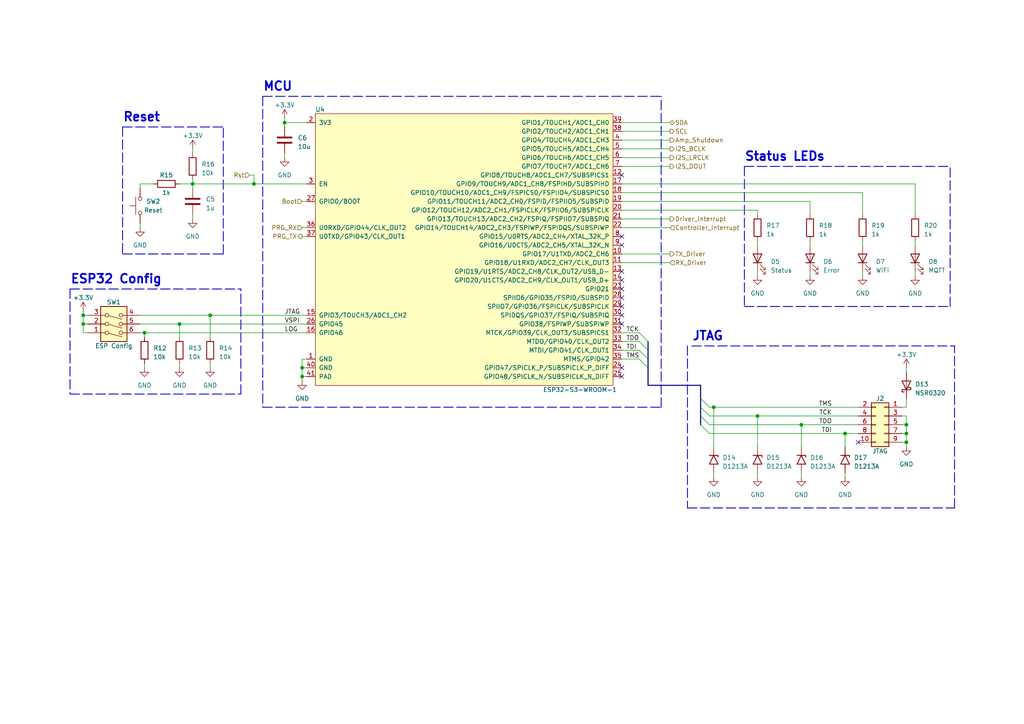
<source format=kicad_sch>
(kicad_sch (version 20230121) (generator eeschema)
  (paper "A4")
  (lib_symbols
    (symbol "Connector_Generic:Conn_02x05_Odd_Even" (pin_names (offset 1.016) hide)
      (property "Reference" "J" (at 1.27 7.62 0))
      (property "Value" "Conn_02x05_Odd_Even" (at 1.27 -7.62 0))
      (symbol "Conn_02x05_Odd_Even_1_1"
        (rectangle (start -1.27 -4.953) (end 0 -5.207) (stroke (width 0.1524)))
        (rectangle (start -1.27 -2.413) (end 0 -2.667) (stroke (width 0.1524)))
        (rectangle (start -1.27 0.127) (end 0 -0.127) (stroke (width 0.1524)))
        (rectangle (start -1.27 2.667) (end 0 2.413) (stroke (width 0.1524)))
        (rectangle (start -1.27 5.207) (end 0 4.953) (stroke (width 0.1524)))
        (rectangle (start -1.27 6.35) (end 3.81 -6.35) (stroke (width 0.254)) (fill (type background)))
        (rectangle (start 3.81 -4.953) (end 2.54 -5.207) (stroke (width 0.1524)))
        (rectangle (start 3.81 -2.413) (end 2.54 -2.667) (stroke (width 0.1524)))
        (rectangle (start 3.81 0.127) (end 2.54 -0.127) (stroke (width 0.1524)))
        (rectangle (start 3.81 2.667) (end 2.54 2.413) (stroke (width 0.1524)))
        (rectangle (start 3.81 5.207) (end 2.54 4.953) (stroke (width 0.1524)))
        (pin passive line (at -5.08 5.08 0) (length 3.81) (name "Pin_1") (number "1"))
        (pin passive line (at 7.62 -5.08 180) (length 3.81) (name "Pin_10") (number "10"))
        (pin passive line (at 7.62 5.08 180) (length 3.81) (name "Pin_2") (number "2"))
        (pin passive line (at -5.08 2.54 0) (length 3.81) (name "Pin_3") (number "3"))
        (pin passive line (at 7.62 2.54 180) (length 3.81) (name "Pin_4") (number "4"))
        (pin passive line (at -5.08 0 0) (length 3.81) (name "Pin_5") (number "5"))
        (pin passive line (at 7.62 0 180) (length 3.81) (name "Pin_6") (number "6"))
        (pin passive line (at -5.08 -2.54 0) (length 3.81) (name "Pin_7") (number "7"))
        (pin passive line (at 7.62 -2.54 180) (length 3.81) (name "Pin_8") (number "8"))
        (pin passive line (at -5.08 -5.08 0) (length 3.81) (name "Pin_9") (number "9"))
      )
    )
    (symbol "Device:C" (pin_numbers hide) (pin_names (offset 0.254))
      (property "Reference" "C" (at 0.635 2.54 0))
      (property "Value" "C" (at 0.635 -2.54 0))
      (symbol "C_0_1"
        (polyline (pts (xy -2.032 -0.762) (xy 2.032 -0.762)) (stroke (width 0.508)))
        (polyline (pts (xy -2.032 0.762) (xy 2.032 0.762)) (stroke (width 0.508)))
      )
      (symbol "C_1_1"
        (pin passive line (at 0 3.81 270) (length 2.794) (name "~") (number "1"))
        (pin passive line (at 0 -3.81 90) (length 2.794) (name "~") (number "2"))
      )
    )
    (symbol "Device:D_Schottky" (pin_numbers hide) (pin_names (offset 1.016) hide)
      (property "Reference" "D" (at 0 2.54 0))
      (property "Value" "D_Schottky" (at 0 -2.54 0))
      (symbol "D_Schottky_0_1"
        (polyline (pts (xy 1.27 0) (xy -1.27 0)))
        (polyline (pts (xy 1.27 1.27) (xy 1.27 -1.27) (xy -1.27 0) (xy 1.27 1.27)) (stroke (width 0.254)))
        (polyline (pts (xy -1.905 0.635) (xy -1.905 1.27) (xy -1.27 1.27) (xy -1.27 -1.27) (xy -0.635 -1.27) (xy -0.635 -0.635)) (stroke (width 0.254)))
      )
      (symbol "D_Schottky_1_1"
        (pin passive line (at -3.81 0 0) (length 2.54) (name "K") (number "1"))
        (pin passive line (at 3.81 0 180) (length 2.54) (name "A") (number "2"))
      )
    )
    (symbol "Device:LED" (pin_numbers hide) (pin_names (offset 1.016) hide)
      (property "Reference" "D" (at 0 2.54 0))
      (property "Value" "LED" (at 0 -2.54 0))
      (symbol "LED_0_1"
        (polyline (pts (xy -1.27 -1.27) (xy -1.27 1.27)) (stroke (width 0.254)))
        (polyline (pts (xy -1.27 0) (xy 1.27 0)))
        (polyline (pts (xy 1.27 -1.27) (xy 1.27 1.27) (xy -1.27 0) (xy 1.27 -1.27)) (stroke (width 0.254)))
        (polyline (pts (xy -3.048 -0.762) (xy -4.572 -2.286) (xy -3.81 -2.286) (xy -4.572 -2.286) (xy -4.572 -1.524)))
        (polyline (pts (xy -1.778 -0.762) (xy -3.302 -2.286) (xy -2.54 -2.286) (xy -3.302 -2.286) (xy -3.302 -1.524)))
      )
      (symbol "LED_1_1"
        (pin passive line (at -3.81 0 0) (length 2.54) (name "K") (number "1"))
        (pin passive line (at 3.81 0 180) (length 2.54) (name "A") (number "2"))
      )
    )
    (symbol "Device:R" (pin_numbers hide) (pin_names (offset 0))
      (property "Reference" "R" (at 2.032 0 90))
      (property "Value" "R" (at 0 0 90))
      (symbol "R_0_1"
        (rectangle (start -1.016 -2.54) (end 1.016 2.54) (stroke (width 0.254)))
      )
      (symbol "R_1_1"
        (pin passive line (at 0 3.81 270) (length 1.27) (name "~") (number "1"))
        (pin passive line (at 0 -3.81 90) (length 1.27) (name "~") (number "2"))
      )
    )
    (symbol "Diode:1.5KExxA" (pin_numbers hide) (pin_names (offset 1.016) hide)
      (property "Reference" "D" (at 0 2.54 0))
      (property "Value" "1.5KExxA" (at 0 -2.54 0))
      (symbol "1.5KExxA_0_1"
        (polyline (pts (xy -0.762 1.27) (xy -1.27 1.27) (xy -1.27 -1.27)) (stroke (width 0.254)))
        (polyline (pts (xy 1.27 1.27) (xy 1.27 -1.27) (xy -1.27 0) (xy 1.27 1.27)) (stroke (width 0.254)))
      )
      (symbol "1.5KExxA_1_1"
        (pin passive line (at -3.81 0 0) (length 2.54) (name "A1") (number "1"))
        (pin passive line (at 3.81 0 180) (length 2.54) (name "A2") (number "2"))
      )
    )
    (symbol "Espressif:ESP32-S3-WROOM-1" (pin_names (offset 1.016))
      (property "Reference" "U3" (at 1.9559 41.91 0))
      (property "Value" "ESP32-S3-WROOM-1" (at 1.9559 39.37 0))
      (symbol "ESP32-S3-WROOM-1_0_0"
        (pin power_in line (at -45.72 -33.02 0) (length 2.54) (name "GND") (number "1"))
        (pin bidirectional line (at 45.72 -2.54 180) (length 2.54) (name "GPIO17/U1TXD/ADC2_CH6") (number "10"))
        (pin bidirectional line (at 45.72 -5.08 180) (length 2.54) (name "GPIO18/U1RXD/ADC2_CH7/CLK_OUT3") (number "11"))
        (pin bidirectional line (at 45.72 20.32 180) (length 2.54) (name "GPIO8/TOUCH8/ADC1_CH7/SUBSPICS1") (number "12"))
        (pin bidirectional line (at 45.72 -7.62 180) (length 2.54) (name "GPIO19/U1RTS/ADC2_CH8/CLK_OUT2/USB_D-") (number "13"))
        (pin bidirectional line (at 45.72 -10.16 180) (length 2.54) (name "GPIO20/U1CTS/ADC2_CH9/CLK_OUT1/USB_D+") (number "14"))
        (pin bidirectional line (at -45.72 -20.32 0) (length 2.54) (name "GPIO3/TOUCH3/ADC1_CH2") (number "15"))
        (pin bidirectional line (at -45.72 -25.4 0) (length 2.54) (name "GPIO46") (number "16"))
        (pin bidirectional line (at 45.72 17.78 180) (length 2.54) (name "GPIO9/TOUCH9/ADC1_CH8/FSPIHD/SUBSPIHD") (number "17"))
        (pin bidirectional line (at 45.72 15.24 180) (length 2.54) (name "GPIO10/TOUCH10/ADC1_CH9/FSPICS0/FSPIIO4/SUBSPICS0") (number "18"))
        (pin bidirectional line (at 45.72 12.7 180) (length 2.54) (name "GPIO11/TOUCH11/ADC2_CH0/FSPID/FSPIIO5/SUBSPID") (number "19"))
        (pin power_in line (at -45.72 35.56 0) (length 2.54) (name "3V3") (number "2"))
        (pin bidirectional line (at 45.72 10.16 180) (length 2.54) (name "GPIO12/TOUCH12/ADC2_CH1/FSPICLK/FSPIIO6/SUBSPICLK") (number "20"))
        (pin bidirectional line (at 45.72 7.62 180) (length 2.54) (name "GPIO13/TOUCH13/ADC2_CH2/FSPIQ/FSPIIO7/SUBSPIQ") (number "21"))
        (pin bidirectional line (at 45.72 5.08 180) (length 2.54) (name "GPIO14/TOUCH14/ADC2_CH3/FSPIWP/FSPIDQS/SUBSPIWP") (number "22"))
        (pin bidirectional line (at 45.72 -12.7 180) (length 2.54) (name "GPIO21") (number "23"))
        (pin bidirectional line (at 45.72 -35.56 180) (length 2.54) (name "GPIO47/SPICLK_P/SUBSPICLK_P_DIFF") (number "24"))
        (pin bidirectional line (at 45.72 -38.1 180) (length 2.54) (name "GPIO48/SPICLK_N/SUBSPICLK_N_DIFF") (number "25"))
        (pin bidirectional line (at -45.72 -22.86 0) (length 2.54) (name "GPIO45") (number "26"))
        (pin bidirectional line (at -45.72 12.7 0) (length 2.54) (name "GPIO0/BOOT") (number "27"))
        (pin bidirectional line (at 45.72 -15.24 180) (length 2.54) (name "SPIIO6/GPIO35/FSPID/SUBSPID") (number "28"))
        (pin bidirectional line (at 45.72 -17.78 180) (length 2.54) (name "SPIIO7/GPIO36/FSPICLK/SUBSPICLK") (number "29"))
        (pin input line (at -45.72 17.78 0) (length 2.54) (name "EN") (number "3"))
        (pin bidirectional line (at 45.72 -20.32 180) (length 2.54) (name "SPIDQS/GPIO37/FSPIQ/SUBSPIQ") (number "30"))
        (pin bidirectional line (at 45.72 -22.86 180) (length 2.54) (name "GPIO38/FSPIWP/SUBSPIWP") (number "31"))
        (pin bidirectional line (at 45.72 -25.4 180) (length 2.54) (name "MTCK/GPIO39/CLK_OUT3/SUBSPICS1") (number "32"))
        (pin bidirectional line (at 45.72 -27.94 180) (length 2.54) (name "MTDO/GPIO40/CLK_OUT2") (number "33"))
        (pin bidirectional line (at 45.72 -30.48 180) (length 2.54) (name "MTDI/GPIO41/CLK_OUT1") (number "34"))
        (pin bidirectional line (at 45.72 -33.02 180) (length 2.54) (name "MTMS/GPIO42") (number "35"))
        (pin bidirectional line (at -45.72 5.08 0) (length 2.54) (name "U0RXD/GPIO44/CLK_OUT2") (number "36"))
        (pin bidirectional line (at -45.72 2.54 0) (length 2.54) (name "U0TXD/GPIO43/CLK_OUT1") (number "37"))
        (pin bidirectional line (at 45.72 33.02 180) (length 2.54) (name "GPIO2/TOUCH2/ADC1_CH1") (number "38"))
        (pin bidirectional line (at 45.72 35.56 180) (length 2.54) (name "GPIO1/TOUCH1/ADC1_CH0") (number "39"))
        (pin bidirectional line (at 45.72 30.48 180) (length 2.54) (name "GPIO4/TOUCH4/ADC1_CH3") (number "4"))
        (pin bidirectional line (at 45.72 27.94 180) (length 2.54) (name "GPIO5/TOUCH5/ADC1_CH4") (number "5"))
        (pin bidirectional line (at 45.72 25.4 180) (length 2.54) (name "GPIO6/TOUCH6/ADC1_CH5") (number "6"))
        (pin bidirectional line (at 45.72 22.86 180) (length 2.54) (name "GPIO7/TOUCH7/ADC1_CH6") (number "7"))
        (pin bidirectional line (at 45.72 2.54 180) (length 2.54) (name "GPIO15/U0RTS/ADC2_CH4/XTAL_32K_P") (number "8"))
        (pin bidirectional line (at 45.72 0 180) (length 2.54) (name "GPIO16/U0CTS/ADC2_CH5/XTAL_32K_N") (number "9"))
      )
      (symbol "ESP32-S3-WROOM-1_0_1"
        (rectangle (start -43.18 38.1) (end 43.18 -40.64) (fill (type background)))
      )
      (symbol "ESP32-S3-WROOM-1_1_0"
        (pin passive line (at -45.72 -35.56 0) (length 2.54) (name "GND") (number "40"))
        (pin passive line (at -45.72 -38.1 0) (length 2.54) (name "PAD") (number "41"))
      )
    )
    (symbol "Switch:SW_DIP_x03" (pin_names (offset 0) hide)
      (property "Reference" "SW" (at 0 8.89 0))
      (property "Value" "SW_DIP_x03" (at 0 -3.81 0))
      (symbol "SW_DIP_x03_0_0"
        (circle (center -2.032 0) (radius 0.508))
        (circle (center -2.032 2.54) (radius 0.508))
        (circle (center -2.032 5.08) (radius 0.508))
        (polyline (pts (xy -1.524 0.127) (xy 2.3622 1.1684)))
        (polyline (pts (xy -1.524 2.667) (xy 2.3622 3.7084)))
        (polyline (pts (xy -1.524 5.207) (xy 2.3622 6.2484)))
        (circle (center 2.032 0) (radius 0.508))
        (circle (center 2.032 2.54) (radius 0.508))
        (circle (center 2.032 5.08) (radius 0.508))
      )
      (symbol "SW_DIP_x03_0_1"
        (rectangle (start -3.81 7.62) (end 3.81 -2.54) (stroke (width 0.254)) (fill (type background)))
      )
      (symbol "SW_DIP_x03_1_1"
        (pin passive line (at -7.62 5.08 0) (length 5.08) (name "~") (number "1"))
        (pin passive line (at -7.62 2.54 0) (length 5.08) (name "~") (number "2"))
        (pin passive line (at -7.62 0 0) (length 5.08) (name "~") (number "3"))
        (pin passive line (at 7.62 0 180) (length 5.08) (name "~") (number "4"))
        (pin passive line (at 7.62 2.54 180) (length 5.08) (name "~") (number "5"))
        (pin passive line (at 7.62 5.08 180) (length 5.08) (name "~") (number "6"))
      )
    )
    (symbol "Switch:SW_Push" (pin_numbers hide) (pin_names (offset 1.016) hide)
      (property "Reference" "SW" (at 1.27 2.54 0))
      (property "Value" "SW_Push" (at 0 -1.524 0))
      (symbol "SW_Push_0_1"
        (circle (center -2.032 0) (radius 0.508))
        (polyline (pts (xy 0 1.27) (xy 0 3.048)))
        (polyline (pts (xy 2.54 1.27) (xy -2.54 1.27)))
        (circle (center 2.032 0) (radius 0.508))
        (pin passive line (at -5.08 0 0) (length 2.54) (name "1") (number "1"))
        (pin passive line (at 5.08 0 180) (length 2.54) (name "2") (number "2"))
      )
    )
    (symbol "power:+3.3V" (power) (pin_names (offset 0))
      (property "Value" "+3.3V" (at 0 3.556 0))
      (symbol "+3.3V_0_1"
        (polyline (pts (xy -0.762 1.27) (xy 0 2.54)))
        (polyline (pts (xy 0 0) (xy 0 2.54)))
        (polyline (pts (xy 0 2.54) (xy 0.762 1.27)))
      )
      (symbol "+3.3V_1_1"
        (pin power_in line (at 0 0 90) (length 0) hide (name "+3.3V") (number "1"))
      )
    )
    (symbol "power:GND" (power) (pin_names (offset 0))
      (property "Value" "GND" (at 0 -3.81 0))
      (symbol "GND_0_1"
        (polyline (pts (xy 0 0) (xy 0 -1.27) (xy 1.27 -1.27) (xy 0 -2.54) (xy -1.27 -1.27) (xy 0 -1.27)))
      )
      (symbol "GND_1_1"
        (pin power_in line (at 0 0 270) (length 0) hide (name "GND") (number "1"))
      )
    )
  )
  (junction (at 60.96 91.44))
  (junction (at 207.01 118.11))
  (junction (at 87.63 106.68))
  (junction (at 219.71 120.65))
  (junction (at 232.41 123.19))
  (junction (at 245.11 125.73))
  (junction (at 24.13 91.44))
  (junction (at 262.89 125.73))
  (junction (at 52.07 93.98))
  (junction (at 87.63 109.22))
  (junction (at 262.89 128.27))
  (junction (at 262.89 123.19))
  (junction (at 82.55 35.56))
  (junction (at 41.91 96.52))
  (junction (at 73.66 53.34))
  (junction (at 55.88 53.34))
  (junction (at 24.13 93.98))
  (no_connect (at 180.34 109.22))
  (no_connect (at 180.34 106.68))
  (no_connect (at 180.34 68.58))
  (no_connect (at 180.34 71.12))
  (no_connect (at 180.34 86.36))
  (no_connect (at 180.34 81.28))
  (no_connect (at 180.34 93.98))
  (no_connect (at 180.34 78.74))
  (no_connect (at 180.34 88.9))
  (no_connect (at 180.34 50.8))
  (no_connect (at 180.34 91.44))
  (no_connect (at 180.34 83.82))
  (no_connect (at 248.92 128.27))
  (bus_entry (at 205.74 123.19) (size -2.54 -2.54))
  (bus_entry (at 205.74 125.73) (size -2.54 -2.54))
  (bus_entry (at 185.42 101.6) (size 2.54 2.54))
  (bus_entry (at 185.42 96.52) (size 2.54 2.54))
  (bus_entry (at 185.42 104.14) (size 2.54 2.54))
  (bus_entry (at 205.74 118.11) (size -2.54 -2.54))
  (bus_entry (at 185.42 99.06) (size 2.54 2.54))
  (bus_entry (at 205.74 120.65) (size -2.54 -2.54))
  (polyline (pts (xy 215.9 88.9) (xy 275.59 88.9)) (stroke (width 0.25) (type dash)))
  (polyline (pts (xy 76.2 27.94) (xy 191.77 27.94)) (stroke (width 0.25) (type dash)))
  (wire (pts (xy 40.64 96.52) (xy 41.91 96.52)))
  (polyline (pts (xy 76.2 27.94) (xy 76.2 118.11)) (stroke (width 0.25) (type dash)))
  (wire (pts (xy 87.63 109.22) (xy 87.63 106.68)))
  (wire (pts (xy 219.71 62.23) (xy 219.71 60.96)))
  (polyline (pts (xy 275.59 88.9) (xy 275.59 48.26)) (stroke (width 0.25) (type dash)))
  (bus (pts (xy 203.2 115.57) (xy 203.2 118.11)))
  (wire (pts (xy 60.96 105.41) (xy 60.96 106.68)))
  (wire (pts (xy 52.07 53.34) (xy 55.88 53.34)))
  (wire (pts (xy 24.13 90.17) (xy 24.13 91.44)))
  (polyline (pts (xy 64.77 73.66) (xy 64.77 36.83)) (stroke (width 0.25) (type dash)))
  (wire (pts (xy 55.88 62.23) (xy 55.88 63.5)))
  (wire (pts (xy 205.74 120.65) (xy 219.71 120.65)))
  (wire (pts (xy 60.96 91.44) (xy 88.9 91.44)))
  (wire (pts (xy 205.74 125.73) (xy 245.11 125.73)))
  (wire (pts (xy 87.63 110.49) (xy 87.63 109.22)))
  (wire (pts (xy 219.71 137.16) (xy 219.71 138.43)))
  (polyline (pts (xy 276.86 147.32) (xy 276.86 100.33)) (stroke (width 0.25) (type dash)))
  (wire (pts (xy 207.01 137.16) (xy 207.01 138.43)))
  (polyline (pts (xy 191.77 118.11) (xy 191.77 27.94)) (stroke (width 0.25) (type dash)))
  (bus (pts (xy 203.2 115.57) (xy 203.2 111.76)))
  (wire (pts (xy 180.34 58.42) (xy 234.95 58.42)))
  (wire (pts (xy 219.71 120.65) (xy 219.71 129.54)))
  (wire (pts (xy 87.63 66.04) (xy 88.9 66.04)))
  (wire (pts (xy 262.89 128.27) (xy 262.89 129.54)))
  (wire (pts (xy 194.31 73.66) (xy 180.34 73.66)))
  (wire (pts (xy 60.96 91.44) (xy 60.96 97.79)))
  (wire (pts (xy 55.88 43.18) (xy 55.88 44.45)))
  (wire (pts (xy 262.89 128.27) (xy 261.62 128.27)))
  (polyline (pts (xy 215.9 48.26) (xy 275.59 48.26)) (stroke (width 0.25) (type dash)))
  (wire (pts (xy 24.13 93.98) (xy 25.4 93.98)))
  (polyline (pts (xy 20.32 83.82) (xy 20.32 114.3)) (stroke (width 0.25) (type dash)))
  (wire (pts (xy 234.95 78.74) (xy 234.95 80.01)))
  (wire (pts (xy 24.13 96.52) (xy 25.4 96.52)))
  (wire (pts (xy 265.43 62.23) (xy 265.43 53.34)))
  (wire (pts (xy 234.95 69.85) (xy 234.95 71.12)))
  (bus (pts (xy 187.96 111.76) (xy 187.96 106.68)))
  (polyline (pts (xy 20.32 83.82) (xy 69.85 83.82)) (stroke (width 0.25) (type dash)))
  (wire (pts (xy 194.31 38.1) (xy 180.34 38.1)))
  (bus (pts (xy 203.2 118.11) (xy 203.2 120.65)))
  (wire (pts (xy 41.91 105.41) (xy 41.91 106.68)))
  (wire (pts (xy 180.34 96.52) (xy 185.42 96.52)))
  (wire (pts (xy 250.19 62.23) (xy 250.19 55.88)))
  (wire (pts (xy 82.55 35.56) (xy 88.9 35.56)))
  (wire (pts (xy 180.34 66.04) (xy 194.31 66.04)))
  (wire (pts (xy 219.71 69.85) (xy 219.71 71.12)))
  (wire (pts (xy 87.63 109.22) (xy 88.9 109.22)))
  (wire (pts (xy 250.19 69.85) (xy 250.19 71.12)))
  (wire (pts (xy 265.43 69.85) (xy 265.43 71.12)))
  (wire (pts (xy 180.34 55.88) (xy 250.19 55.88)))
  (wire (pts (xy 40.64 54.61) (xy 40.64 53.34)))
  (wire (pts (xy 250.19 78.74) (xy 250.19 80.01)))
  (wire (pts (xy 73.66 50.8) (xy 73.66 53.34)))
  (wire (pts (xy 180.34 101.6) (xy 185.42 101.6)))
  (wire (pts (xy 180.34 40.64) (xy 194.31 40.64)))
  (wire (pts (xy 55.88 53.34) (xy 73.66 53.34)))
  (wire (pts (xy 55.88 53.34) (xy 55.88 54.61)))
  (wire (pts (xy 87.63 106.68) (xy 87.63 104.14)))
  (wire (pts (xy 205.74 118.11) (xy 207.01 118.11)))
  (wire (pts (xy 87.63 68.58) (xy 88.9 68.58)))
  (wire (pts (xy 82.55 36.83) (xy 82.55 35.56)))
  (bus (pts (xy 203.2 111.76) (xy 187.96 111.76)))
  (wire (pts (xy 40.64 93.98) (xy 52.07 93.98)))
  (polyline (pts (xy 215.9 48.26) (xy 215.9 88.9)) (stroke (width 0.25) (type dash)))
  (polyline (pts (xy 200.66 100.33) (xy 276.86 100.33)) (stroke (width 0.25) (type dash)))
  (wire (pts (xy 194.31 43.18) (xy 180.34 43.18)))
  (wire (pts (xy 245.11 137.16) (xy 245.11 138.43)))
  (polyline (pts (xy 35.56 36.83) (xy 64.77 36.83)) (stroke (width 0.25) (type dash)))
  (wire (pts (xy 180.34 60.96) (xy 219.71 60.96)))
  (polyline (pts (xy 35.56 73.66) (xy 64.77 73.66)) (stroke (width 0.25) (type dash)))
  (wire (pts (xy 87.63 104.14) (xy 88.9 104.14)))
  (wire (pts (xy 232.41 123.19) (xy 248.92 123.19)))
  (bus (pts (xy 187.96 101.6) (xy 187.96 104.14)))
  (wire (pts (xy 73.66 53.34) (xy 88.9 53.34)))
  (wire (pts (xy 262.89 125.73) (xy 262.89 128.27)))
  (wire (pts (xy 41.91 96.52) (xy 88.9 96.52)))
  (wire (pts (xy 55.88 53.34) (xy 55.88 52.07)))
  (wire (pts (xy 25.4 91.44) (xy 24.13 91.44)))
  (wire (pts (xy 245.11 125.73) (xy 248.92 125.73)))
  (wire (pts (xy 262.89 115.57) (xy 262.89 118.11)))
  (wire (pts (xy 262.89 123.19) (xy 261.62 123.19)))
  (wire (pts (xy 40.64 66.04) (xy 40.64 64.77)))
  (wire (pts (xy 52.07 105.41) (xy 52.07 106.68)))
  (wire (pts (xy 265.43 78.74) (xy 265.43 80.01)))
  (wire (pts (xy 180.34 104.14) (xy 185.42 104.14)))
  (wire (pts (xy 262.89 123.19) (xy 262.89 125.73)))
  (wire (pts (xy 262.89 118.11) (xy 261.62 118.11)))
  (wire (pts (xy 262.89 120.65) (xy 262.89 123.19)))
  (wire (pts (xy 194.31 76.2) (xy 180.34 76.2)))
  (wire (pts (xy 205.74 123.19) (xy 232.41 123.19)))
  (wire (pts (xy 207.01 118.11) (xy 248.92 118.11)))
  (polyline (pts (xy 69.85 114.3) (xy 69.85 83.82)) (stroke (width 0.25) (type dash)))
  (wire (pts (xy 40.64 53.34) (xy 44.45 53.34)))
  (wire (pts (xy 219.71 78.74) (xy 219.71 80.01)))
  (wire (pts (xy 180.34 53.34) (xy 265.43 53.34)))
  (wire (pts (xy 87.63 106.68) (xy 88.9 106.68)))
  (wire (pts (xy 261.62 120.65) (xy 262.89 120.65)))
  (polyline (pts (xy 20.32 114.3) (xy 69.85 114.3)) (stroke (width 0.25) (type dash)))
  (polyline (pts (xy 199.39 100.33) (xy 199.39 147.32)) (stroke (width 0.25) (type dash)))
  (polyline (pts (xy 199.39 147.32) (xy 276.86 147.32)) (stroke (width 0.25) (type dash)))
  (wire (pts (xy 180.34 63.5) (xy 194.31 63.5)))
  (wire (pts (xy 262.89 125.73) (xy 261.62 125.73)))
  (wire (pts (xy 24.13 93.98) (xy 24.13 96.52)))
  (wire (pts (xy 180.34 99.06) (xy 185.42 99.06)))
  (wire (pts (xy 52.07 93.98) (xy 52.07 97.79)))
  (bus (pts (xy 187.96 99.06) (xy 187.96 101.6)))
  (wire (pts (xy 82.55 44.45) (xy 82.55 45.72)))
  (wire (pts (xy 41.91 96.52) (xy 41.91 97.79)))
  (wire (pts (xy 219.71 120.65) (xy 248.92 120.65)))
  (wire (pts (xy 82.55 34.29) (xy 82.55 35.56)))
  (wire (pts (xy 232.41 123.19) (xy 232.41 129.54)))
  (wire (pts (xy 52.07 93.98) (xy 88.9 93.98)))
  (wire (pts (xy 207.01 118.11) (xy 207.01 129.54)))
  (polyline (pts (xy 76.2 118.11) (xy 191.77 118.11)) (stroke (width 0.25) (type dash)))
  (polyline (pts (xy 35.56 36.83) (xy 35.56 73.66)) (stroke (width 0.25) (type dash)))
  (wire (pts (xy 40.64 91.44) (xy 60.96 91.44)))
  (wire (pts (xy 262.89 106.68) (xy 262.89 107.95)))
  (bus (pts (xy 187.96 104.14) (xy 187.96 106.68)))
  (wire (pts (xy 72.39 50.8) (xy 73.66 50.8)))
  (wire (pts (xy 245.11 125.73) (xy 245.11 129.54)))
  (wire (pts (xy 234.95 62.23) (xy 234.95 58.42)))
  (wire (pts (xy 87.63 58.42) (xy 88.9 58.42)))
  (wire (pts (xy 232.41 137.16) (xy 232.41 138.43)))
  (wire (pts (xy 194.31 48.26) (xy 180.34 48.26)))
  (wire (pts (xy 24.13 91.44) (xy 24.13 93.98)))
  (wire (pts (xy 194.31 45.72) (xy 180.34 45.72)))
  (bus (pts (xy 203.2 120.65) (xy 203.2 123.19)))
  (wire (pts (xy 194.31 35.56) (xy 180.34 35.56)))
  (text "JTAG" (at 200.66 99.06 0) (effects (font (size 2.54 2.54) bold) (justify left bottom)))
  (text "Reset" (at 35.56 35.56 0) (effects (font (size 2.54 2.54) bold) (justify left bottom)))
  (text "MCU" (at 76.2 26.67 0) (effects (font (size 2.54 2.54) bold) (justify left bottom)))
  (text "Status LEDs" (at 215.9 46.99 0) (effects (font (size 2.54 2.54) bold) (justify left bottom)))
  (text "ESP32 Config" (at 20.32 82.55 0) (effects (font (size 2.54 2.54) bold) (justify left bottom)))
  (label "JTAG" (at 82.55 91.44 0))
  (label "TDI" (at 181.61 101.6 0))
  (label "TDO" (at 241.3 123.19 180))
  (label "TDO" (at 181.61 99.06 0))
  (label "VSPI" (at 82.55 93.98 0))
  (label "TCK" (at 241.3 120.65 180))
  (label "TCK" (at 181.61 96.52 0))
  (label "TMS" (at 181.61 104.14 0))
  (label "TDI" (at 241.3 125.73 180))
  (label "TMS" (at 241.3 118.11 180))
  (label "LOG" (at 82.55 96.52 0))
  (hierarchical_label "TX_Driver" (shape output) (at 194.31 73.66 0))
  (hierarchical_label "Rst" (shape input) (at 72.39 50.8 180))
  (hierarchical_label "I2S_BCLK" (shape output) (at 194.31 43.18 0))
  (hierarchical_label "PRG_RX" (shape input) (at 87.63 66.04 180))
  (hierarchical_label "Boot" (shape input) (at 87.63 58.42 180))
  (hierarchical_label "I2S_DOUT" (shape output) (at 194.31 48.26 0))
  (hierarchical_label "I2S_LRCLK" (shape output) (at 194.31 45.72 0))
  (hierarchical_label "RX_Driver" (shape input) (at 194.31 76.2 0))
  (hierarchical_label "Amp_Shutdown" (shape output) (at 194.31 40.64 0))
  (hierarchical_label "PRG_TX" (shape output) (at 87.63 68.58 180))
  (hierarchical_label "SCL" (shape output) (at 194.31 38.1 0))
  (hierarchical_label "Driver_Interrupt" (shape output) (at 194.31 63.5 0))
  (hierarchical_label "SDA" (shape bidirectional) (at 194.31 35.56 0))
  (hierarchical_label "Controller_Interrupt" (shape input) (at 194.31 66.04 0))
  (symbol (lib_id "power:GND") (at 41.91 106.68 0) (unit 1)
    (property "Reference" "#PWR028" (effects hide))
    (property "Value" "GND" (at 41.91 111.76 0))
  )
  (symbol (lib_id "Device:R") (at 55.88 48.26 0) (unit 1)
    (property "Reference" "R16" (at 58.42 47.625 0) (effects (justify left)))
    (property "Value" "10k" (at 58.42 50.165 0) (effects (justify left)))
    (property "Footprint" "Resistor_SMD:R_0805_2012Metric" (effects hide))
    (property "DigiKey" "CR0805-FX-1002ELFCT-ND" (effects hide))
  )
  (symbol (lib_id "Device:LED") (at 250.19 74.93 90) (unit 1)
    (property "Reference" "D7" (at 254 75.8825 90) (effects (justify right)))
    (property "Value" "WiFi" (at 254 78.4225 90) (effects (justify right)))
    (property "Footprint" "LED_SMD:LED_0805_2012Metric" (effects hide))
    (property "DigiKey" "475-1410-1-ND" (effects hide))
  )
  (symbol (lib_id "Device:LED") (at 219.71 74.93 90) (unit 1)
    (property "Reference" "D5" (at 223.52 75.8825 90) (effects (justify right)))
    (property "Value" "Status" (at 223.52 78.4225 90) (effects (justify right)))
    (property "Footprint" "LED_SMD:LED_0805_2012Metric" (effects hide))
    (property "DigiKey" "475-1410-1-ND" (effects hide))
  )
  (symbol (lib_id "Device:R") (at 265.43 66.04 0) (unit 1)
    (property "Reference" "R20" (at 267.97 65.405 0) (effects (justify left)))
    (property "Value" "1k" (at 267.97 67.945 0) (effects (justify left)))
    (property "Footprint" "Resistor_SMD:R_0805_2012Metric" (effects hide))
    (property "DigiKey" "CR0805-FX-1001ELFCT-ND" (effects hide))
  )
  (symbol (lib_id "Device:R") (at 219.71 66.04 0) (unit 1)
    (property "Reference" "R17" (at 222.25 65.405 0) (effects (justify left)))
    (property "Value" "1k" (at 222.25 67.945 0) (effects (justify left)))
    (property "Footprint" "Resistor_SMD:R_0805_2012Metric" (effects hide))
    (property "DigiKey" "CR0805-FX-1001ELFCT-ND" (effects hide))
  )
  (symbol (lib_id "power:GND") (at 219.71 138.43 0) (unit 1)
    (property "Reference" "#PWR01" (effects hide))
    (property "Value" "GND" (at 219.71 143.51 0))
    (instances (project "Controller" (path "" (reference "#PWR01") (unit 1)) (path "" (reference "#PWR043") (unit 1)) (path "" (reference "#PWR042") (unit 1))))
  )
  (symbol (lib_id "power:GND") (at 82.55 45.72 0) (unit 1)
    (property "Reference" "#PWR035" (effects hide))
    (property "Value" "GND" (at 82.55 50.8 0))
  )
  (symbol (lib_id "power:GND") (at 265.43 80.01 0) (unit 1)
    (property "Reference" "#PWR040" (effects hide))
    (property "Value" "GND" (at 265.43 85.09 0))
  )
  (symbol (lib_id "Device:LED") (at 265.43 74.93 90) (unit 1)
    (property "Reference" "D8" (at 269.24 75.8825 90) (effects (justify right)))
    (property "Value" "MQTT" (at 269.24 78.4225 90) (effects (justify right)))
    (property "Footprint" "LED_SMD:LED_0805_2012Metric" (effects hide))
    (property "DigiKey" "475-1410-1-ND" (effects hide))
  )
  (symbol (lib_id "Switch:SW_Push") (at 40.64 59.69 90) (unit 1)
    (property "Reference" "SW2" (at 44.45 58.42 90))
    (property "Value" "Reset" (at 44.45 60.96 90))
    (property "Footprint" "Button_Switch_SMD:SW_Push_1P1T_NO_Vertical_Wuerth_434133025816" (effects hide))
  )
  (symbol (lib_id "power:+3.3V") (at 24.13 90.17 0) (unit 1)
    (property "Reference" "#PWR027" (effects hide))
    (property "Value" "+3.3V" (at 24.13 86.36 0))
  )
  (symbol (lib_id "Diode:1.5KExxA") (at 232.41 133.35 270) (unit 1)
    (property "Reference" "D16" (at 234.95 132.715 90) (effects (justify left)))
    (property "Value" "D1213A" (at 234.95 135.255 90) (effects (justify left)))
    (property "Footprint" "Diode_SMD:D_SOD-323" (effects hide))
    (property "DigiKey" "D1213A-01WS-7DICT-ND" (effects hide))
    (instances (project "Controller" (path "" (reference "D16") (unit 1)) (path "" (reference "D11") (unit 1))))
  )
  (symbol (lib_id "Device:R") (at 52.07 101.6 0) (unit 1)
    (property "Reference" "R13" (at 54.61 100.965 0) (effects (justify left)))
    (property "Value" "10k" (at 54.61 103.505 0) (effects (justify left)))
    (property "Footprint" "Resistor_SMD:R_0805_2012Metric" (effects hide))
    (property "DigiKey" "CR0805-FX-1002ELFCT-ND" (effects hide))
  )
  (symbol (lib_id "Device:R") (at 48.26 53.34 90) (unit 1)
    (property "Reference" "R15" (at 48.26 50.8 90))
    (property "Value" "1k" (at 48.26 55.88 90))
    (property "Footprint" "Resistor_SMD:R_0805_2012Metric" (effects hide))
    (property "DigiKey" "CR0805-FX-1001ELFCT-ND" (effects hide))
  )
  (symbol (lib_id "Switch:SW_DIP_x03") (at 33.02 91.44 0) (mirror x) (unit 1)
    (property "Reference" "SW1" (at 33.02 87.63 0))
    (property "Value" "ESP Config" (at 33.02 100.33 0))
    (property "Footprint" "Button_Switch_SMD:SW_DIP_SPSTx03_Slide_Omron_A6S-310x_W8.9mm_P2.54mm" (effects hide))
    (property "MPN" "DS04-254-2-03BK-SMT" (effects hide))
    (property "DigiKey" "2223-DS04-254-2-03BK-SMT-ND" (effects hide))
  )
  (symbol (lib_id "Device:R") (at 41.91 101.6 0) (unit 1)
    (property "Reference" "R12" (at 44.45 100.965 0) (effects (justify left)))
    (property "Value" "10k" (at 44.45 103.505 0) (effects (justify left)))
    (property "Footprint" "Resistor_SMD:R_0805_2012Metric" (effects hide))
    (property "DigiKey" "CR0805-FX-1002ELFCT-ND" (effects hide))
  )
  (symbol (lib_id "power:GND") (at 207.01 138.43 0) (unit 1)
    (property "Reference" "#PWR01" (effects hide))
    (property "Value" "GND" (at 207.01 143.51 0))
    (instances (project "Controller" (path "" (reference "#PWR01") (unit 1)) (path "" (reference "#PWR044") (unit 1)) (path "" (reference "#PWR041") (unit 1))))
  )
  (symbol (lib_id "Device:C") (at 55.88 58.42 0) (unit 1)
    (property "Reference" "C5" (at 59.69 57.785 0) (effects (justify left)))
    (property "Value" "1u" (at 59.69 60.325 0) (effects (justify left)))
    (property "Footprint" "Capacitor_SMD:C_0805_2012Metric" (effects hide))
    (property "DigiKey" "1276-1026-1-ND" (effects hide))
  )
  (symbol (lib_id "Device:D_Schottky") (at 262.89 111.76 90) (unit 1)
    (property "Reference" "D13" (at 265.43 111.4425 90) (effects (justify right)))
    (property "Value" "NSR0320" (at 265.43 113.9825 90) (effects (justify right)))
    (property "Footprint" "Diode_SMD:D_SOD-323" (effects hide))
    (property "DigiKey" "NSR0320MW2T3GOSCT-ND" (effects hide))
  )
  (symbol (lib_id "Device:R") (at 250.19 66.04 0) (unit 1)
    (property "Reference" "R19" (at 252.73 65.405 0) (effects (justify left)))
    (property "Value" "1k" (at 252.73 67.945 0) (effects (justify left)))
    (property "Footprint" "Resistor_SMD:R_0805_2012Metric" (effects hide))
    (property "DigiKey" "CR0805-FX-1001ELFCT-ND" (effects hide))
  )
  (symbol (lib_id "Device:C") (at 82.55 40.64 0) (unit 1)
    (property "Reference" "C6" (at 86.36 40.005 0) (effects (justify left)))
    (property "Value" "10u" (at 86.36 42.545 0) (effects (justify left)))
    (property "Footprint" "Capacitor_SMD:C_0805_2012Metric" (effects hide))
    (property "DigiKey" "1276-1096-1-ND" (effects hide))
  )
  (symbol (lib_id "Device:R") (at 60.96 101.6 0) (unit 1)
    (property "Reference" "R14" (at 63.5 100.965 0) (effects (justify left)))
    (property "Value" "10k" (at 63.5 103.505 0) (effects (justify left)))
    (property "Footprint" "Resistor_SMD:R_0805_2012Metric" (effects hide))
    (property "DigiKey" "CR0805-FX-1002ELFCT-ND" (effects hide))
  )
  (symbol (lib_id "power:GND") (at 60.96 106.68 0) (unit 1)
    (property "Reference" "#PWR030" (effects hide))
    (property "Value" "GND" (at 60.96 111.76 0))
  )
  (symbol (lib_id "power:+3.3V") (at 262.89 106.68 0) (mirror y) (unit 1)
    (property "Reference" "#PWR045" (effects hide))
    (property "Value" "+3.3V" (at 262.89 102.87 0))
  )
  (symbol (lib_id "Diode:1.5KExxA") (at 207.01 133.35 270) (unit 1)
    (property "Reference" "D14" (at 209.55 132.715 90) (effects (justify left)))
    (property "Value" "D1213A" (at 209.55 135.255 90) (effects (justify left)))
    (property "Footprint" "Diode_SMD:D_SOD-323" (effects hide))
    (property "DigiKey" "D1213A-01WS-7DICT-ND" (effects hide))
    (instances (project "Controller" (path "" (reference "D14") (unit 1)) (path "" (reference "D9") (unit 1))))
  )
  (symbol (lib_id "power:GND") (at 232.41 138.43 0) (unit 1)
    (property "Reference" "#PWR01" (effects hide))
    (property "Value" "GND" (at 232.41 143.51 0))
    (instances (project "Controller" (path "" (reference "#PWR01") (unit 1)) (path "" (reference "#PWR04") (unit 1)) (path "" (reference "#PWR043") (unit 1))))
  )
  (symbol (lib_id "Connector_Generic:Conn_02x05_Odd_Even") (at 256.54 123.19 0) (mirror y) (unit 1)
    (property "Reference" "J2" (at 255.27 115.57 0))
    (property "Value" "JTAG" (at 255.27 130.81 0))
    (property "Footprint" "eec:CNC_Tech-3220-10-0300-00-MFG" (effects hide))
    (property "MPN" "3220-10-0300-00" (effects hide))
    (property "DigiKey" "1175-1629-ND" (effects hide))
  )
  (symbol (lib_id "Espressif:ESP32-S3-WROOM-1") (at 134.62 71.12 0) (unit 1)
    (property "Reference" "U4" (at 91.44 31.75 0) (effects (justify left)))
    (property "Value" "ESP32-S3-WROOM-1" (at 157.48 113.03 0) (effects (justify left)))
    (property "Footprint" "Espressif:ESP32-S3-WROOM-1" (effects hide))
    (property "Datasheet" "https://www.espressif.com/sites/default/files/documentation/esp32-s3-wroom-1_wroom-1u_datasheet_en.pdf" (effects hide))
    (property "DigiKey" "1965-ESP32-S3-WROOM-1-N8CT-ND" (effects hide))
  )
  (symbol (lib_id "power:GND") (at 219.71 80.01 0) (unit 1)
    (property "Reference" "#PWR037" (effects hide))
    (property "Value" "GND" (at 219.71 85.09 0))
  )
  (symbol (lib_id "power:+3.3V") (at 82.55 34.29 0) (unit 1)
    (property "Reference" "#PWR034" (effects hide))
    (property "Value" "+3.3V" (at 82.55 30.48 0))
  )
  (symbol (lib_id "power:GND") (at 87.63 110.49 0) (unit 1)
    (property "Reference" "#PWR036" (effects hide))
    (property "Value" "GND" (at 87.63 115.57 0))
  )
  (symbol (lib_id "power:GND") (at 250.19 80.01 0) (unit 1)
    (property "Reference" "#PWR039" (effects hide))
    (property "Value" "GND" (at 250.19 85.09 0))
  )
  (symbol (lib_id "Device:LED") (at 234.95 74.93 90) (unit 1)
    (property "Reference" "D6" (at 238.76 75.8825 90) (effects (justify right)))
    (property "Value" "Error" (at 238.76 78.4225 90) (effects (justify right)))
    (property "Footprint" "LED_SMD:LED_0805_2012Metric" (effects hide))
    (property "DigiKey" "475-1278-1-ND" (effects hide))
  )
  (symbol (lib_id "power:+3.3V") (at 55.88 43.18 0) (unit 1)
    (property "Reference" "#PWR032" (effects hide))
    (property "Value" "+3.3V" (at 55.88 39.37 0))
  )
  (symbol (lib_id "power:GND") (at 262.89 129.54 0) (mirror y) (unit 1)
    (property "Reference" "#PWR046" (effects hide))
    (property "Value" "GND" (at 262.89 134.62 0))
  )
  (symbol (lib_id "power:GND") (at 245.11 138.43 0) (unit 1)
    (property "Reference" "#PWR01" (effects hide))
    (property "Value" "GND" (at 245.11 143.51 0))
    (instances (project "Controller" (path "" (reference "#PWR01") (unit 1)) (path "" (reference "#PWR03") (unit 1)) (path "" (reference "#PWR044") (unit 1))))
  )
  (symbol (lib_id "power:GND") (at 55.88 63.5 0) (unit 1)
    (property "Reference" "#PWR033" (effects hide))
    (property "Value" "GND" (at 55.88 68.58 0))
  )
  (symbol (lib_id "Diode:1.5KExxA") (at 219.71 133.35 270) (unit 1)
    (property "Reference" "D15" (at 222.25 132.715 90) (effects (justify left)))
    (property "Value" "D1213A" (at 222.25 135.255 90) (effects (justify left)))
    (property "Footprint" "Diode_SMD:D_SOD-323" (effects hide))
    (property "DigiKey" "D1213A-01WS-7DICT-ND" (effects hide))
    (instances (project "Controller" (path "" (reference "D15") (unit 1)) (path "" (reference "D10") (unit 1))))
  )
  (symbol (lib_id "power:GND") (at 40.64 66.04 0) (unit 1)
    (property "Reference" "#PWR031" (effects hide))
    (property "Value" "GND" (at 40.64 71.12 0))
  )
  (symbol (lib_id "Diode:1.5KExxA") (at 245.11 133.35 270) (unit 1)
    (property "Reference" "D17" (at 247.65 132.715 90) (effects (justify left)))
    (property "Value" "D1213A" (at 247.65 135.255 90) (effects (justify left)))
    (property "Footprint" "Diode_SMD:D_SOD-323" (effects hide))
    (property "DigiKey" "D1213A-01WS-7DICT-ND" (effects hide))
    (instances (project "Controller" (path "" (reference "D17") (unit 1)) (path "" (reference "D12") (unit 1))))
  )
  (symbol (lib_id "Device:R") (at 234.95 66.04 0) (unit 1)
    (property "Reference" "R18" (at 237.49 65.405 0) (effects (justify left)))
    (property "Value" "1k" (at 237.49 67.945 0) (effects (justify left)))
    (property "Footprint" "Resistor_SMD:R_0805_2012Metric" (effects hide))
    (property "DigiKey" "CR0805-FX-1001ELFCT-ND" (effects hide))
  )
  (symbol (lib_id "power:GND") (at 52.07 106.68 0) (unit 1)
    (property "Reference" "#PWR029" (effects hide))
    (property "Value" "GND" (at 52.07 111.76 0))
  )
  (symbol (lib_id "power:GND") (at 234.95 80.01 0) (unit 1)
    (property "Reference" "#PWR038" (effects hide))
    (property "Value" "GND" (at 234.95 85.09 0))
  )
)
</source>
